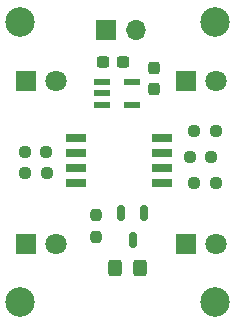
<source format=gbr>
%TF.GenerationSoftware,KiCad,Pcbnew,8.0.1*%
%TF.CreationDate,2025-01-22T19:50:13-07:00*%
%TF.ProjectId,ColorSensing,436f6c6f-7253-4656-9e73-696e672e6b69,rev?*%
%TF.SameCoordinates,Original*%
%TF.FileFunction,Soldermask,Bot*%
%TF.FilePolarity,Negative*%
%FSLAX46Y46*%
G04 Gerber Fmt 4.6, Leading zero omitted, Abs format (unit mm)*
G04 Created by KiCad (PCBNEW 8.0.1) date 2025-01-22 19:50:13*
%MOMM*%
%LPD*%
G01*
G04 APERTURE LIST*
G04 Aperture macros list*
%AMRoundRect*
0 Rectangle with rounded corners*
0 $1 Rounding radius*
0 $2 $3 $4 $5 $6 $7 $8 $9 X,Y pos of 4 corners*
0 Add a 4 corners polygon primitive as box body*
4,1,4,$2,$3,$4,$5,$6,$7,$8,$9,$2,$3,0*
0 Add four circle primitives for the rounded corners*
1,1,$1+$1,$2,$3*
1,1,$1+$1,$4,$5*
1,1,$1+$1,$6,$7*
1,1,$1+$1,$8,$9*
0 Add four rect primitives between the rounded corners*
20,1,$1+$1,$2,$3,$4,$5,0*
20,1,$1+$1,$4,$5,$6,$7,0*
20,1,$1+$1,$6,$7,$8,$9,0*
20,1,$1+$1,$8,$9,$2,$3,0*%
G04 Aperture macros list end*
%ADD10C,2.500000*%
%ADD11R,1.800000X1.800000*%
%ADD12C,1.800000*%
%ADD13RoundRect,0.237500X0.250000X0.237500X-0.250000X0.237500X-0.250000X-0.237500X0.250000X-0.237500X0*%
%ADD14RoundRect,0.237500X0.237500X-0.250000X0.237500X0.250000X-0.237500X0.250000X-0.237500X-0.250000X0*%
%ADD15RoundRect,0.150000X-0.150000X0.512500X-0.150000X-0.512500X0.150000X-0.512500X0.150000X0.512500X0*%
%ADD16R,1.320800X0.508000*%
%ADD17RoundRect,0.237500X0.300000X0.237500X-0.300000X0.237500X-0.300000X-0.237500X0.300000X-0.237500X0*%
%ADD18RoundRect,0.237500X-0.237500X0.300000X-0.237500X-0.300000X0.237500X-0.300000X0.237500X0.300000X0*%
%ADD19RoundRect,0.250000X0.325000X0.450000X-0.325000X0.450000X-0.325000X-0.450000X0.325000X-0.450000X0*%
%ADD20RoundRect,0.237500X-0.250000X-0.237500X0.250000X-0.237500X0.250000X0.237500X-0.250000X0.237500X0*%
%ADD21R,1.700000X0.650000*%
%ADD22R,1.700000X1.700000*%
%ADD23O,1.700000X1.700000*%
G04 APERTURE END LIST*
D10*
%TO.C,H4*%
X135000000Y-93640000D03*
%TD*%
%TO.C,H3*%
X118500000Y-93640000D03*
%TD*%
%TO.C,H2*%
X135000000Y-70000000D03*
%TD*%
%TO.C,H1*%
X118500000Y-70000000D03*
%TD*%
D11*
%TO.C,D4*%
X132500000Y-88780000D03*
D12*
X135040000Y-88780000D03*
%TD*%
D11*
%TO.C,D1*%
X119000000Y-75000000D03*
D12*
X121540000Y-75000000D03*
%TD*%
D11*
%TO.C,D3*%
X119000000Y-88780000D03*
D12*
X121540000Y-88780000D03*
%TD*%
D11*
%TO.C,D2*%
X132500000Y-75000000D03*
D12*
X135040000Y-75000000D03*
%TD*%
D13*
%TO.C,R2*%
X120720000Y-82720000D03*
X118895000Y-82720000D03*
%TD*%
D14*
%TO.C,R10*%
X124870000Y-88170000D03*
X124870000Y-86345000D03*
%TD*%
D15*
%TO.C,Q1*%
X127050000Y-86120000D03*
X128950000Y-86120000D03*
X128000000Y-88395000D03*
%TD*%
D16*
%TO.C,U3*%
X125369200Y-76970000D03*
X125369200Y-76019999D03*
X125369200Y-75069998D03*
X127960000Y-75069998D03*
X127960000Y-76970000D03*
%TD*%
D17*
%TO.C,C1*%
X127200000Y-73320000D03*
X125475000Y-73320000D03*
%TD*%
D18*
%TO.C,C2*%
X129800000Y-73900000D03*
X129800000Y-75625000D03*
%TD*%
D13*
%TO.C,R9*%
X134645000Y-81430000D03*
X132820000Y-81430000D03*
%TD*%
D19*
%TO.C,D5*%
X128595000Y-90780000D03*
X126545000Y-90780000D03*
%TD*%
D13*
%TO.C,R4*%
X120690000Y-81000000D03*
X118865000Y-81000000D03*
%TD*%
D20*
%TO.C,R11*%
X133225000Y-83570000D03*
X135050000Y-83570000D03*
%TD*%
%TO.C,R8*%
X133225000Y-79180000D03*
X135050000Y-79180000D03*
%TD*%
D21*
%TO.C,U2*%
X130490000Y-79780000D03*
X130490000Y-81050000D03*
X130490000Y-82320000D03*
X130490000Y-83590000D03*
X123190000Y-83590000D03*
X123190000Y-82320000D03*
X123190000Y-81050000D03*
X123190000Y-79780000D03*
%TD*%
D22*
%TO.C,J1*%
X125750000Y-70680000D03*
D23*
X128290000Y-70680000D03*
%TD*%
M02*

</source>
